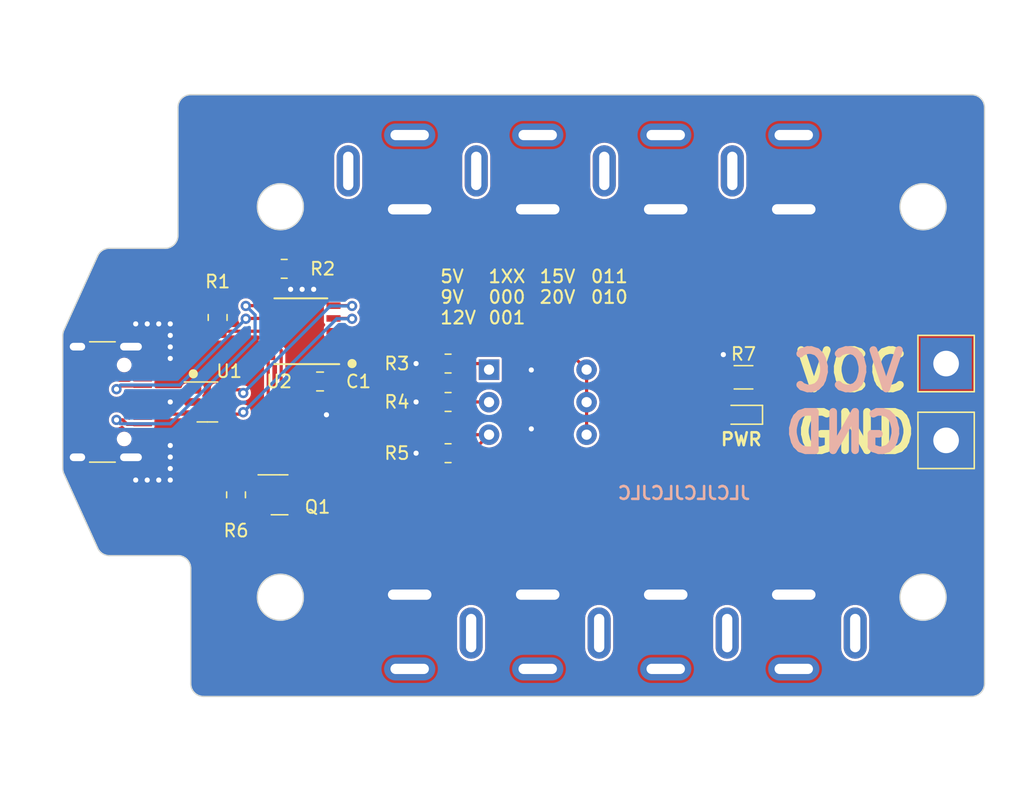
<source format=kicad_pcb>
(kicad_pcb (version 20221018) (generator pcbnew)
  (layers (0 "F.Cu" signal) (31 "B.Cu" signal) (34 "B.Paste" user) (35 "F.Paste" user) (36 "B.SilkS" user "B.Silkscreen") (37 "F.SilkS" user "F.Silkscreen") (38 "B.Mask" user) (39 "F.Mask" user) (44 "Edge.Cuts" user))
  (net 0 "")
  (net 1 "VCC")
  (net 2 "Net-(U2-D+)")
  (net 3 "Net-(U2-D-)")
  (net 4 "Net-(U2-CFG2)")
  (net 5 "GND")
  (net 6 "Net-(U2-CFG3)")
  (net 7 "Net-(U2-VBUS)")
  (net 8 "Net-(U2-CFG1)")
  (net 9 "Net-(Q1-G)")
  (net 10 "Net-(D1-K)")
  (net 11 "Net-(J1-CC1)")
  (net 12 "Net-(J1-D+-PadA6)")
  (net 13 "Net-(J1-D--PadA7)")
  (net 15 "Net-(J1-CC2)")
  (net 17 "VBUS")
  (net 18 "VDD")
  (footprint "TestPoint:TestPoint_THTPad_4.0x4.0mm_Drill2.0mm" (layer "F.Cu") (at 52 3)
    (fp_text reference "TP2" hide)
    (fp_text value "TestPoint")
    (fp_line (start -2.2 -2.2) (end 2.2 -2.2) (stroke (width 0.12)) (layer "F.SilkS"))
    (fp_line (start -2.2 2.2) (end -2.2 -2.2) (stroke (width 0.12)) (layer "F.SilkS"))
    (fp_line (start 2.2 -2.2) (end 2.2 2.2) (stroke (width 0.12)) (layer "F.SilkS"))
    (fp_line (start 2.2 2.2) (end -2.2 2.2) (stroke (width 0.12)) (layer "F.SilkS"))
    (pad "1" thru_hole rect (at 0 0) (size 4 4) (drill 2) (layers "*.Cu" "*.Mask") (net 5 "GND"))
  )
  (footprint "Package_TO_SOT_SMD:SOT-23-6" (layer "F.Cu") (at -5.7 0)
    (fp_text reference "U1" (at 1.7 -2.4) (layer "F.SilkS"))
    (fp_text value "USBLC6-2SC6")
    (fp_line (start 0 -1.56) (end -1.8 -1.56) (stroke (width 0.12)) (layer "F.SilkS"))
    (fp_line (start 0 -1.56) (end 0.8 -1.56) (stroke (width 0.12)) (layer "F.SilkS"))
    (fp_line (start 0 1.56) (end -0.8 1.56) (stroke (width 0.12)) (layer "F.SilkS"))
    (fp_line (start 0 1.56) (end 0.8 1.56) (stroke (width 0.12)) (layer "F.SilkS"))
    (pad "1" smd roundrect (at -1.1375 -0.95) (size 1.325 0.6) (layers "F.Cu" "F.Paste" "F.Mask") (net 13 "Net-(J1-D--PadA7)"))
    (pad "2" smd roundrect (at -1.1375 0) (size 1.325 0.6) (layers "F.Cu" "F.Paste" "F.Mask") (net 5 "GND"))
    (pad "3" smd roundrect (at -1.1375 0.95) (size 1.325 0.6) (layers "F.Cu" "F.Paste" "F.Mask") (net 12 "Net-(J1-D+-PadA6)"))
    (pad "4" smd roundrect (at 1.1375 0.95) (size 1.325 0.6) (layers "F.Cu" "F.Paste" "F.Mask") (net 2 "Net-(U2-D+)"))
    (pad "5" smd roundrect (at 1.1375 0) (size 1.325 0.6) (layers "F.Cu" "F.Paste" "F.Mask") (net 17 "VBUS"))
    (pad "6" smd roundrect (at 1.1375 -0.95) (size 1.325 0.6) (layers "F.Cu" "F.Paste" "F.Mask") (net 3 "Net-(U2-D-)"))
  )
  (footprint "Connector_BarrelJack:BarrelJack_Wuerth_6941xx301002" (layer "F.Cu") (at 10.1 -15.05 180)
    (fp_text reference "J8" hide)
    (fp_text value "Barrel_Jack_Switch")
    (pad "1" thru_hole rect (at 0 0 180) (size 4.4 1.8) (drill oval 3.4 0.8) (layers "*.Cu" "*.Mask") (net 5 "GND"))
    (pad "2" thru_hole oval (at 0 5.8 180) (size 4 1.8) (drill oval 3 0.8) (layers "*.Cu" "*.Mask") (net 1 "VCC"))
    (pad "3" thru_hole oval (at 4.8 3 270) (size 4 1.8) (drill oval 3 0.8) (layers "*.Cu" "*.Mask"))
  )
  (footprint "Connector_BarrelJack:BarrelJack_Wuerth_6941xx301002" (layer "F.Cu") (at 30.1 15.05)
    (fp_text reference "J7" hide)
    (fp_text value "Barrel_Jack_Switch")
    (pad "1" thru_hole rect (at 0 0) (size 4.4 1.8) (drill oval 3.4 0.8) (layers "*.Cu" "*.Mask") (net 5 "GND"))
    (pad "2" thru_hole oval (at 0 5.8) (size 4 1.8) (drill oval 3 0.8) (layers "*.Cu" "*.Mask") (net 1 "VCC"))
    (pad "3" thru_hole oval (at 4.8 3 90) (size 4 1.8) (drill oval 3 0.8) (layers "*.Cu" "*.Mask"))
  )
  (footprint "Connector_BarrelJack:BarrelJack_Wuerth_6941xx301002" (layer "F.Cu") (at 40.1 15.05)
    (fp_text reference "J9" hide)
    (fp_text value "Barrel_Jack_Switch")
    (pad "1" thru_hole rect (at 0 0) (size 4.4 1.8) (drill oval 3.4 0.8) (layers "*.Cu" "*.Mask") (net 5 "GND"))
    (pad "2" thru_hole oval (at 0 5.8) (size 4 1.8) (drill oval 3 0.8) (layers "*.Cu" "*.Mask") (net 1 "VCC"))
    (pad "3" thru_hole oval (at 4.8 3 90) (size 4 1.8) (drill oval 3 0.8) (layers "*.Cu" "*.Mask"))
  )
  (footprint "Resistor_SMD:R_0805_2012Metric_Pad1.20x1.40mm_HandSolder" (layer "F.Cu") (at 13.1 4)
    (fp_text reference "R5" (at -4 0) (layer "F.SilkS"))
    (fp_text value "10k")
    (fp_line (start -0.227064 -0.735) (end 0.227064 -0.735) (stroke (width 0.12)) (layer "F.SilkS"))
    (fp_line (start -0.227064 0.735) (end 0.227064 0.735) (stroke (width 0.12)) (layer "F.SilkS"))
    (pad "1" smd roundrect (at -1 0) (size 1.2 1.4) (layers "F.Cu" "F.Paste" "F.Mask") (roundrect_rratio 0.2083333333) (net 5 "GND"))
    (pad "2" smd roundrect (at 1 0) (size 1.2 1.4) (layers "F.Cu" "F.Paste" "F.Mask") (roundrect_rratio 0.2083333333) (net 8 "Net-(U2-CFG1)"))
  )
  (footprint "Resistor_SMD:R_1206_3216Metric_Pad1.30x1.75mm_HandSolder" (layer "F.Cu") (at 36.175 -1.925)
    (fp_text reference "R7" (at 0 -1.82) (layer "F.SilkS"))
    (fp_text value "1k")
    (fp_line (start -0.727064 -0.91) (end 0.727064 -0.91) (stroke (width 0.12)) (layer "F.SilkS"))
    (fp_line (start -0.727064 0.91) (end 0.727064 0.91) (stroke (width 0.12)) (layer "F.SilkS"))
    (pad "1" smd roundrect (at -1.55 0) (size 1.3 1.75) (layers "F.Cu" "F.Paste" "F.Mask") (roundrect_rratio 0.1923076923) (net 5 "GND"))
    (pad "2" smd roundrect (at 1.55 0) (size 1.3 1.75) (layers "F.Cu" "F.Paste" "F.Mask") (roundrect_rratio 0.1923076923) (net 10 "Net-(D1-K)"))
  )
  (footprint "Connector_BarrelJack:BarrelJack_Wuerth_6941xx301002" (layer "F.Cu") (at 10.1 15.05)
    (fp_text reference "J3" hide)
    (fp_text value "Barrel_Jack_Switch")
    (pad "1" thru_hole rect (at 0 0) (size 4.4 1.8) (drill oval 3.4 0.8) (layers "*.Cu" "*.Mask") (net 5 "GND"))
    (pad "2" thru_hole oval (at 0 5.8) (size 4 1.8) (drill oval 3 0.8) (layers "*.Cu" "*.Mask") (net 1 "VCC"))
    (pad "3" thru_hole oval (at 4.8 3 90) (size 4 1.8) (drill oval 3 0.8) (layers "*.Cu" "*.Mask"))
  )
  (footprint "Package_SO:SSOP-10_3.9x4.9mm_P1.00mm_EP_2.1x3.3" (layer "F.Cu") (at 1.6 -5.525 180)
    (fp_text reference "U2" (at 1.7 -3.925) (layer "F.SilkS"))
    (fp_text value "CH224K")
    (fp_line (start -3 -2.57) (end 2.07 -2.57) (stroke (width 0.15)) (layer "F.SilkS"))
    (fp_line (start -2.07 2.57) (end 2.07 2.57) (stroke (width 0.15)) (layer "F.SilkS"))
    (pad "1" smd rect (at -2.55 -2 180) (size 1.1 0.51) (layers "F.Cu" "F.Paste" "F.Mask") (net 18 "VDD"))
    (pad "2" smd rect (at -2.55 -1 180) (size 1.1 0.51) (layers "F.Cu" "F.Paste" "F.Mask") (net 4 "Net-(U2-CFG2)"))
    (pad "3" smd rect (at -2.55 0 180) (size 1.1 0.51) (layers "F.Cu" "F.Paste" "F.Mask") (net 6 "Net-(U2-CFG3)"))
    (pad "4" smd rect (at -2.55 1 180) (size 1.1 0.51) (layers "F.Cu" "F.Paste" "F.Mask") (net 2 "Net-(U2-D+)"))
    (pad "5" smd rect (at -2.55 2 180) (size 1.1 0.51) (layers "F.Cu" "F.Paste" "F.Mask") (net 3 "Net-(U2-D-)"))
    (pad "6" smd rect (at 2.55 2 180) (size 1.1 0.51) (layers "F.Cu" "F.Paste" "F.Mask") (net 15 "Net-(J1-CC2)"))
    (pad "7" smd rect (at 2.55 1 180) (size 1.1 0.51) (layers "F.Cu" "F.Paste" "F.Mask") (net 11 "Net-(J1-CC1)"))
    (pad "8" smd rect (at 2.55 0 180) (size 1.1 0.51) (layers "F.Cu" "F.Paste" "F.Mask") (net 7 "Net-(U2-VBUS)"))
    (pad "9" smd rect (at 2.55 -1 180) (size 1.1 0.51) (layers "F.Cu" "F.Paste" "F.Mask") (net 8 "Net-(U2-CFG1)"))
    (pad "10" smd rect (at 2.55 -2 180) (size 1.1 0.51) (layers "F.Cu" "F.Paste" "F.Mask") (net 9 "Net-(Q1-G)"))
    (pad "11" smd roundrect (at 0 0 180) (size 2.1 3.3) (layers "F.Cu" "F.Paste" "F.Mask") (roundrect_rratio 0.1) (net 5 "GND"))
  )
  (footprint "Button_Switch_THT:SW_DIP_SPSTx03_Slide_6.7x9.18mm_W7.62mm_P2.54mm_LowProfile" (layer "F.Cu") (at 16.3 -2.525)
    (fp_text reference "SW1" hide)
    (fp_text value "SW_DIP_x03")
    (pad "1" thru_hole rect (at 0 0) (size 1.6 1.6) (drill 0.8) (layers "*.Cu" "*.Mask") (net 6 "Net-(U2-CFG3)"))
    (pad "2" thru_hole oval (at 0 2.54) (size 1.6 1.6) (drill 0.8) (layers "*.Cu" "*.Mask") (net 4 "Net-(U2-CFG2)"))
    (pad "3" thru_hole oval (at 0 5.08) (size 1.6 1.6) (drill 0.8) (layers "*.Cu" "*.Mask") (net 8 "Net-(U2-CFG1)"))
    (pad "4" thru_hole oval (at 7.62 5.08) (size 1.6 1.6) (drill 0.8) (layers "*.Cu" "*.Mask") (net 18 "VDD"))
    (pad "5" thru_hole oval (at 7.62 2.54) (size 1.6 1.6) (drill 0.8) (layers "*.Cu" "*.Mask") (net 18 "VDD"))
    (pad "6" thru_hole oval (at 7.62 0) (size 1.6 1.6) (drill 0.8) (layers "*.Cu" "*.Mask") (net 18 "VDD"))
  )
  (footprint "Connector_USB:USB_C_Receptacle_HRO_TYPE-C-31-M-12" (layer "F.Cu") (at -14.8 0 -90)
    (fp_text reference "J1" hide)
    (fp_text value "USB_C_Receptacle_USB2.0")
    (fp_line (start -4.7 -1.9) (end -4.7 0.1) (stroke (width 0.12)) (layer "F.SilkS"))
    (fp_line (start 4.7 -1.9) (end 4.7 0.1) (stroke (width 0.12)) (layer "F.SilkS"))
    (pad "" np_thru_hole circle (at -2.89 -2.6 270) (size 0.65 0.65) (drill 0.65) (layers "*.Cu" "*.Mask"))
    (pad "" np_thru_hole circle (at 2.89 -2.6 270) (size 0.65 0.65) (drill 0.65) (layers "*.Cu" "*.Mask"))
    (pad "A1" smd rect (at -3.25 -4.045 270) (size 0.6 1.45) (layers "F.Cu" "F.Paste" "F.Mask") (net 5 "GND"))
    (pad "A4" smd rect (at -2.45 -4.045 270) (size 0.6 1.45) (layers "F.Cu" "F.Paste" "F.Mask") (net 17 "VBUS"))
    (pad "A5" smd rect (at -1.25 -4.045 270) (size 0.3 1.45) (layers "F.Cu" "F.Paste" "F.Mask") (net 11 "Net-(J1-CC1)"))
    (pad "A6" smd rect (at -0.25 -4.045 270) (size 0.3 1.45) (layers "F.Cu" "F.Paste" "F.Mask") (net 12 "Net-(J1-D+-PadA6)"))
    (pad "A7" smd rect (at 0.25 -4.045 270) (size 0.3 1.45) (layers "F.Cu" "F.Paste" "F.Mask") (net 13 "Net-(J1-D--PadA7)"))
    (pad "A8" smd rect (at 1.25 -4.045 270) (size 0.3 1.45) (layers "F.Cu" "F.Paste" "F.Mask"))
    (pad "A9" smd rect (at 2.45 -4.045 270) (size 0.6 1.45) (layers "F.Cu" "F.Paste" "F.Mask") (net 17 "VBUS"))
    (pad "A12" smd rect (at 3.25 -4.045 270) (size 0.6 1.45) (layers "F.Cu" "F.Paste" "F.Mask") (net 5 "GND"))
    (pad "B1" smd rect (at 3.25 -4.045 270) (size 0.6 1.45) (layers "F.Cu" "F.Paste" "F.Mask") (net 5 "GND"))
    (pad "B4" smd rect (at 2.45 -4.045 270) (size 0.6 1.45) (layers "F.Cu" "F.Paste" "F.Mask") (net 17 "VBUS"))
    (pad "B5" smd rect (at 1.75 -4.045 270) (size 0.3 1.45) (layers "F.Cu" "F.Paste" "F.Mask") (net 15 "Net-(J1-CC2)"))
    (pad "B6" smd rect (at 0.75 -4.045 270) (size 0.3 1.45) (layers "F.Cu" "F.Paste" "F.Mask") (net 12 "Net-(J1-D+-PadA6)"))
    (pad "B7" smd rect (at -0.75 -4.045 270) (size 0.3 1.45) (layers "F.Cu" "F.Paste" "F.Mask") (net 13 "Net-(J1-D--PadA7)"))
    (pad "B8" smd rect (at -1.75 -4.045 270) (size 0.3 1.45) (layers "F.Cu" "F.Paste" "F.Mask"))
    (pad "B9" smd rect (at -2.45 -4.045 270) (size 0.6 1.45) (layers "F.Cu" "F.Paste" "F.Mask") (net 17 "VBUS"))
    (pad "B12" smd rect (at -3.25 -4.045 270) (size 0.6 1.45) (layers "F.Cu" "F.Paste" "F.Mask") (net 5 "GND"))
    (pad "S1" thru_hole oval (at -4.32 -3.13 270) (size 1 2.1) (drill oval 0.6 1.7) (layers "*.Cu" "*.Mask") (net 5 "GND"))
    (pad "S1" thru_hole oval (at -4.32 1.05 270) (size 1 1.6) (drill oval 0.6 1.2) (layers "*.Cu" "*.Mask") (net 5 "GND"))
    (pad "S1" thru_hole oval (at 4.32 -3.13 270) (size 1 2.1) (drill oval 0.6 1.7) (layers "*.Cu" "*.Mask") (net 5 "GND"))
    (pad "S1" thru_hole oval (at 4.32 1.05 270) (size 1 1.6) (drill oval 0.6 1.2) (layers "*.Cu" "*.Mask") (net 5 "GND"))
  )
  (footprint "LED_SMD:LED_0603_1608Metric_Pad1.05x0.95mm_HandSolder" (layer "F.Cu") (at 36 1 180)
    (fp_text reference "D1" hide)
    (fp_text value "LED")
    (fp_line (start -1.66 -0.735) (end -1.66 0.735) (stroke (width 0.12)) (layer "F.SilkS"))
    (fp_line (start -1.66 0.735) (end 0.8 0.735) (stroke (width 0.12)) (layer "F.SilkS"))
    (fp_line (start 0.8 -0.735) (end -1.66 -0.735) (stroke (width 0.12)) (layer "F.SilkS"))
    (pad "1" smd roundrect (at -0.875 0 180) (size 1.05 0.95) (layers "F.Cu" "F.Paste" "F.Mask") (net 10 "Net-(D1-K)"))
    (pad "2" smd roundrect (at 0.875 0 180) (size 1.05 0.95) (layers "F.Cu" "F.Paste" "F.Mask") (net 1 "VCC"))
  )
  (footprint "Resistor_SMD:R_0805_2012Metric_Pad1.20x1.40mm_HandSolder" (layer "F.Cu") (at -4.9 -6.6 -90)
    (fp_text reference "R1" (at -2.8 0) (layer "F.SilkS"))
    (fp_text value "10k")
    (fp_line (start -0.227064 -0.735) (end 0.227064 -0.735) (stroke (width 0.12)) (layer "F.SilkS"))
    (fp_line (start -0.227064 0.735) (end 0.227064 0.735) (stroke (width 0.12)) (layer "F.SilkS"))
    (pad "1" smd roundrect (at -1 0 270) (size 1.2 1.4) (layers "F.Cu" "F.Paste" "F.Mask") (roundrect_rratio 0.2083333333) (net 17 "VBUS"))
    (pad "2" smd roundrect (at 1 0 270) (size 1.2 1.4) (layers "F.Cu" "F.Paste" "F.Mask") (roundrect_rratio 0.2083333333) (net 7 "Net-(U2-VBUS)"))
  )
  (footprint "Connector_BarrelJack:BarrelJack_Wuerth_6941xx301002" (layer "F.Cu") (at 20.1 15.05)
    (fp_text reference "J5" hide)
    (fp_text value "Barrel_Jack_Switch")
    (pad "1" thru_hole rect (at 0 0) (size 4.4 1.8) (drill oval 3.4 0.8) (layers "*.Cu" "*.Mask") (net 5 "GND"))
    (pad "2" thru_hole oval (at 0 5.8) (size 4 1.8) (drill oval 3 0.8) (layers "*.Cu" "*.Mask") (net 1 "VCC"))
    (pad "3" thru_hole oval (at 4.8 3 90) (size 4 1.8) (drill oval 3 0.8) (layers "*.Cu" "*.Mask"))
  )
  (footprint "Connector_BarrelJack:BarrelJack_Wuerth_6941xx301002" (layer "F.Cu") (at 40.1 -15.05 180)
    (fp_text reference "J2" hide)
    (fp_text value "Barrel_Jack_Switch")
    (pad "1" thru_hole rect (at 0 0 180) (size 4.4 1.8) (drill oval 3.4 0.8) (layers "*.Cu" "*.Mask") (net 5 "GND"))
    (pad "2" thru_hole oval (at 0 5.8 180) (size 4 1.8) (drill oval 3 0.8) (layers "*.Cu" "*.Mask") (net 1 "VCC"))
    (pad "3" thru_hole oval (at 4.8 3 270) (size 4 1.8) (drill oval 3 0.8) (layers "*.Cu" "*.Mask"))
  )
  (footprint "Capacitor_SMD:C_0805_2012Metric_Pad1.18x1.45mm_HandSolder" (layer "F.Cu") (at 3.1 -1.6 180)
    (fp_text reference "C1" (at -3 0) (layer "F.SilkS"))
    (fp_text value "1uF")
    (fp_line (start -0.261252 -0.735) (end 0.261252 -0.735) (stroke (width 0.12)) (layer "F.SilkS"))
    (fp_line (start -0.261252 0.735) (end 0.261252 0.735) (stroke (width 0.12)) (layer "F.SilkS"))
    (pad "1" smd roundrect (at -1.0375 0 180) (size 1.175 1.45) (layers "F.Cu" "F.Paste" "F.Mask") (roundrect_rratio 0.2127659574) (net 18 "VDD"))
    (pad "2" smd roundrect (at 1.0375 0 180) (size 1.175 1.45) (layers "F.Cu" "F.Paste" "F.Mask") (roundrect_rratio 0.2127659574) (net 5 "GND"))
  )
  (footprint "TestPoint:TestPoint_THTPad_4.0x4.0mm_Drill2.0mm" (layer "F.Cu") (at 52 -3)
    (fp_text reference "TP1" hide)
    (fp_text value "TestPoint")
    (fp_line (start -2.2 -2.2) (end 2.2 -2.2) (stroke (width 0.12)) (layer "F.SilkS"))
    (fp_line (start -2.2 2.2) (end -2.2 -2.2) (stroke (width 0.12)) (layer "F.SilkS"))
    (fp_line (start 2.2 -2.2) (end 2.2 2.2) (stroke (width 0.12)) (layer "F.SilkS"))
    (fp_line (start 2.2 2.2) (end -2.2 2.2) (stroke (width 0.12)) (layer "F.SilkS"))
    (pad "1" thru_hole rect (at 0 0) (size 4 4) (drill 2) (layers "*.Cu" "*.Mask") (net 1 "VCC"))
  )
  (footprint "Connector_BarrelJack:BarrelJack_Wuerth_6941xx301002" (layer "F.Cu") (at 30.1 -15.05 180)
    (fp_text reference "J4" hide)
    (fp_text value "Barrel_Jack_Switch")
    (pad "1" thru_hole rect (at 0 0 180) (size 4.4 1.8) (drill oval 3.4 0.8) (layers "*.Cu" "*.Mask") (net 5 "GND"))
    (pad "2" thru_hole oval (at 0 5.8 180) (size 4 1.8) (drill oval 3 0.8) (layers "*.Cu" "*.Mask") (net 1 "VCC"))
    (pad "3" thru_hole oval (at 4.8 3 270) (size 4 1.8) (drill oval 3 0.8) (layers "*.Cu" "*.Mask"))
  )
  (footprint "Resistor_SMD:R_0805_2012Metric_Pad1.20x1.40mm_HandSolder" (layer "F.Cu") (at 13.1 0)
    (fp_text reference "R4" (at -4 0 180) (layer "F.SilkS"))
    (fp_text value "10k")
    (fp_line (start -0.227064 -0.735) (end 0.227064 -0.735) (stroke (width 0.12)) (layer "F.SilkS"))
    (fp_line (start -0.227064 0.735) (end 0.227064 0.735) (stroke (width 0.12)) (layer "F.SilkS"))
    (pad "1" smd roundrect (at -1 0) (size 1.2 1.4) (layers "F.Cu" "F.Paste" "F.Mask") (roundrect_rratio 0.2083333333) (net 5 "GND"))
    (pad "2" smd roundrect (at 1 0) (size 1.2 1.4) (layers "F.Cu" "F.Paste" "F.Mask") (roundrect_rratio 0.2083333333) (net 4 "Net-(U2-CFG2)"))
  )
  (footprint "Enclosure:1591XXMBK" (layer "F.Cu") (at 53 -18.25)
    (fp_text reference "E1" hide)
    (fp_text value "~")
  )
  (footprint "Resistor_SMD:R_0805_2012Metric_Pad1.20x1.40mm_HandSolder" (layer "F.Cu") (at -3.4625 7.25 -90)
    (fp_text reference "R6" (at 2.8 0) (layer "F.SilkS"))
    (fp_text value "10k")
    (fp_line (start -0.227064 -0.735) (end 0.227064 -0.735) (stroke (width 0.12)) (layer "F.SilkS"))
    (fp_line (start -0.227064 0.735) (end 0.227064 0.735) (stroke (width 0.12)) (layer "F.SilkS"))
    (pad "1" smd roundrect (at -1 0 270) (size 1.2 1.4) (layers "F.Cu" "F.Paste" "F.Mask") (roundrect_rratio 0.2083333333) (net 9 "Net-(Q1-G)"))
    (pad "2" smd roundrect (at 1 0 270) (size 1.2 1.4) (layers "F.Cu" "F.Paste" "F.Mask") (roundrect_rratio 0.2083333333) (net 17 "VBUS"))
  )
  (footprint "Connector_BarrelJack:BarrelJack_Wuerth_6941xx301002" (layer "F.Cu") (at 20.1 -15.05 180)
    (fp_text reference "J6" hide)
    (fp_text value "Barrel_Jack_Switch")
    (pad "1" thru_hole rect (at 0 0 180) (size 4.4 1.8) (drill oval 3.4 0.8) (layers "*.Cu" "*.Mask") (net 5 "GND"))
    (pad "2" thru_hole oval (at 0 5.8 180) (size 4 1.8) (drill oval 3 0.8) (layers "*.Cu" "*.Mask") (net 1 "VCC"))
    (pad "3" thru_hole oval (at 4.8 3 270) (size 4 1.8) (drill oval 3 0.8) (layers "*.Cu" "*.Mask"))
  )
  (footprint "Resistor_SMD:R_0805_2012Metric_Pad1.20x1.40mm_HandSolder" (layer "F.Cu") (at 0.3 -10.4)
    (fp_text reference "R2" (at 3 0) (layer "F.SilkS"))
    (fp_text value "1k")
    (fp_line (start -0.227064 -0.735) (end 0.227064 -0.735) (stroke (width 0.12)) (layer "F.SilkS"))
    (fp_line (start -0.227064 0.735) (end 0.227064 0.735) (stroke (width 0.12)) (layer "F.SilkS"))
    (pad "1" smd roundrect (at -1 0) (size 1.2 1.4) (layers "F.Cu" "F.Paste" "F.Mask") (roundrect_rratio 0.2083333333) (net 17 "VBUS"))
    (pad "2" smd roundrect (at 1 0) (size 1.2 1.4) (layers "F.Cu" "F.Paste" "F.Mask") (roundrect_rratio 0.2083333333) (net 18 "VDD"))
  )
  (footprint "Package_TO_SOT_SMD:SOT-23" (layer "F.Cu") (at -0.0625 7.25)
    (fp_text reference "Q1" (at 2.9625 0.95 180) (layer "F.SilkS"))
    (fp_text value "Q_PMOS_GSD")
    (fp_line (start 0 -1.56) (end -1.675 -1.56) (stroke (width 0.12)) (layer "F.SilkS"))
    (fp_line (start 0 -1.56) (end 0.65 -1.56) (stroke (width 0.12)) (layer "F.SilkS"))
    (fp_line (start 0 1.56) (end -0.65 1.56) (stroke (width 0.12)) (layer "F.SilkS"))
    (fp_line (start 0 1.56) (end 0.65 1.56) (stroke (width 0.12)) (layer "F.SilkS"))
    (pad "1" smd roundrect (at -0.9375 -0.95) (size 1.475 0.6) (layers "F.Cu" "F.Paste" "F.Mask") (net 9 "Net-(Q1-G)"))
    (pad "2" smd roundrect (at -0.9375 0.95) (size 1.475 0.6) (layers "F.Cu" "F.Paste" "F.Mask") (net 17 "VBUS"))
    (pad "3" smd roundrect (at 0.9375 0) (size 1.475 0.6) (layers "F.Cu" "F.Paste" "F.Mask") (net 1 "VCC"))
  )
  (footprint "Resistor_SMD:R_0805_2012Metric_Pad1.20x1.40mm_HandSolder" (layer "F.Cu") (at 13.1 -3)
    (fp_text reference "R3" (at -4 0 180) (layer "F.SilkS"))
    (fp_text value "10k")
    (fp_line (start -0.227064 -0.735) (end 0.227064 -0.735) (stroke (width 0.12)) (layer "F.SilkS"))
    (fp_line (start -0.227064 0.735) (end 0.227064 0.735) (stroke (width 0.12)) (layer "F.SilkS"))
    (pad "1" smd roundrect (at -1 0) (size 1.2 1.4) (layers "F.Cu" "F.Paste" "F.Mask") (roundrect_rratio 0.2083333333) (net 5 "GND"))
    (pad "2" smd roundrect (at 1 0) (size 1.2 1.4) (layers "F.Cu" "F.Paste" "F.Mask") (roundrect_rratio 0.2083333333) (net 6 "Net-(U2-CFG3)"))
  )
  (gr_circle (center 5.6 -3) (end 5.882843 -3) (stroke (width 0.15)) (fill solid) (layer "F.SilkS"))
  (gr_circle (center -6.8 -2.2) (end -6.517157 -2.2) (stroke (width 0.15)) (fill solid) (layer "F.SilkS"))
  (gr_arc (start -8 -13) (mid -8.292893 -12.292893) (end -9 -12) (stroke (width 0.1)) (layer "Edge.Cuts"))
  (gr_line (start 55 -23) (end 55 22) (stroke (width 0.1)) (layer "Edge.Cuts"))
  (gr_arc (start -8 12) (mid -7.292893 12.292893) (end -7 13) (stroke (width 0.1)) (layer "Edge.Cuts"))
  (gr_line (start -8 -13) (end -8 -23) (stroke (width 0.1)) (layer "Edge.Cuts"))
  (gr_line (start -7 22) (end -7 13) (stroke (width 0.1)) (layer "Edge.Cuts"))
  (gr_arc (start -8 -23) (mid -7.707107 -23.707107) (end -7 -24) (stroke (width 0.1)) (layer "Edge.Cuts"))
  (gr_line (start -7 -24) (end 54 -24) (stroke (width 0.1)) (layer "Edge.Cuts"))
  (gr_line (start -17 5.183391) (end -17 -5.183391) (stroke (width 0.1)) (layer "Edge.Cuts"))
  (gr_line (start -14.266453 11.413803) (end -16.910366 5.597194) (stroke (width 0.1)) (layer "Edge.Cuts"))
  (gr_circle (center 0 -15.25) (end 1.8 -15.25) (stroke (width 0.1)) (fill none) (layer "Edge.Cuts"))
  (gr_arc (start -17 -5.183391) (mid -16.977335 -5.395091) (end -16.910366 -5.597194) (stroke (width 0.1)) (layer "Edge.Cuts"))
  (gr_line (start -8 12) (end -13.356087 12) (stroke (width 0.1)) (layer "Edge.Cuts"))
  (gr_arc (start 54 -24) (mid 54.707107 -23.707107) (end 55 -23) (stroke (width 0.1)) (layer "Edge.Cuts"))
  (gr_line (start -13.356087 -12) (end -9 -12) (stroke (width 0.1)) (layer "Edge.Cuts"))
  (gr_arc (start -16.910366 5.597194) (mid -16.977334 5.395091) (end -17 5.183391) (stroke (width 0.1)) (layer "Edge.Cuts"))
  (gr_circle (center 50.2 15.25) (end 52 15.25) (stroke (width 0.1)) (fill none) (layer "Edge.Cuts"))
  (gr_line (start 54 23) (end -6 23) (stroke (width 0.1)) (layer "Edge.Cuts"))
  (gr_arc (start -6 23) (mid -6.707107 22.707107) (end -7 22) (stroke (width 0.1)) (layer "Edge.Cuts"))
  (gr_circle (center 0 15.25) (end 1.8 15.25) (stroke (width 0.1)) (fill none) (layer "Edge.Cuts"))
  (gr_line (start -16.910366 -5.597194) (end -14.266453 -11.413803) (stroke (width 0.1)) (layer "Edge.Cuts"))
  (gr_arc (start 55 22) (mid 54.707107 22.707107) (end 54 23) (stroke (width 0.1)) (layer "Edge.Cuts"))
  (gr_arc (start -13.356087 12) (mid -13.897473 11.840774) (end -14.266453 11.413803) (stroke (width 0.1)) (layer "Edge.Cuts"))
  (gr_circle (center 50.2 -15.25) (end 52 -15.25) (stroke (width 0.1)) (fill none) (layer "Edge.Cuts"))
  (gr_arc (start -14.266453 -11.413803) (mid -13.897472 -11.840774) (end -13.356087 -12) (stroke (width 0.1)) (layer "Edge.Cuts"))
  (gr_text "JLCJLCJLCJLC" (at 36.8 7.7) (layer "B.SilkS") (effects (font (size 1 1) (thickness 0.2) bold) (justify left bottom mirror)))
  (gr_text "VCC\nGND" (at 49 0) (layer "B.SilkS") (effects (font (size 3 3) (thickness 0.6) bold) (justify left mirror)))
  (gr_text "5V	1XX	15V	011\n9V	000	20V	010\n12V	001" (at 12.4 -6) (layer "F.SilkS") (effects (font (size 1 1) (thickness 0.16)) (justify left bottom)))
  (gr_text "PWR" (at 36 3.5) (layer "F.SilkS") (effects (font (size 1 1) (thickness 0.2) bold) (justify bottom)))
  (gr_text "VCC\nGND" (at 40 0) (layer "F.SilkS") (effects (font (size 3 3) (thickness 0.6) bold) (justify left)))
  (segment (start -4.5625 0.95) (end -3.05 0.95) (width 0.25) (layer "F.Cu") (net 2))
  (segment (start 5.575497 -6.525) (end 5.6 -6.500497) (width 0.25) (layer "F.Cu") (net 2))
  (segment (start -3.05 0.95) (end -2.9 0.8) (width 0.25) (layer "F.Cu") (net 2))
  (segment (start 4.15 -6.525) (end 5.575497 -6.525) (width 0.25) (layer "F.Cu") (net 2))
  (via (at -2.9 0.8) (size 0.8) (drill 0.4) (layers "F.Cu" "B.Cu") (net 2))
  (via (at 5.6 -6.500497) (size 0.8) (drill 0.4) (layers "F.Cu" "B.Cu") (net 2))
  (segment (start 4.400497 -6.500497) (end -2.9 0.8) (width 0.25) (layer "B.Cu") (net 2))
  (segment (start 5.6 -6.500497) (end 4.400497 -6.500497) (width 0.25) (layer "B.Cu") (net 2))
  (segment (start -4.5625 -0.95) (end -3.15 -0.95) (width 0.25) (layer "F.Cu") (net 3))
  (segment (start 5.575 -7.525) (end 5.6 -7.5) (width 0.25) (layer "F.Cu") (net 3))
  (segment (start -3.15 -0.95) (end -2.9 -0.7) (width 0.25) (layer "F.Cu") (net 3))
  (segment (start 4.15 -7.525) (end 5.575 -7.525) (width 0.25) (layer "F.Cu") (net 3))
  (via (at -2.9 -0.7) (size 0.8) (drill 0.4) (layers "F.Cu" "B.Cu") (net 3))
  (via (at 5.6 -7.5) (size 0.8) (drill 0.4) (layers "F.Cu" "B.Cu") (net 3))
  (segment (start -2.9 -0.7) (end 3.9 -7.5) (width 0.25) (layer "B.Cu") (net 3))
  (segment (start 3.9 -7.5) (end 5.6 -7.5) (width 0.25) (layer "B.Cu") (net 3))
  (segment (start 4.605 -4.525) (end 4.15 -4.525) (width 0.25) (layer "F.Cu") (net 4))
  (segment (start 14.1 0) (end 16.285 0) (width 0.25) (layer "F.Cu") (net 4))
  (segment (start 14.1 -1) (end 13.6 -1.5) (width 0.25) (layer "F.Cu") (net 4))
  (segment (start 7.63 -1.5) (end 4.605 -4.525) (width 0.25) (layer "F.Cu") (net 4))
  (segment (start 14.1 0) (end 14.1 -1) (width 0.25) (layer "F.Cu") (net 4))
  (segment (start 16.285 0) (end 16.3 0.015) (width 0.25) (layer "F.Cu") (net 4))
  (segment (start 13.6 -1.5) (end 7.63 -1.5) (width 0.25) (layer "F.Cu") (net 4))
  (segment (start 10.6 -3) (end 12.1 -3) (width 0.25) (layer "F.Cu") (net 5))
  (segment (start 34.6 -3.7) (end 34.6 -1.95) (width 0.25) (layer "F.Cu") (net 5))
  (segment (start 10.6 0) (end 12.1 0) (width 0.25) (layer "F.Cu") (net 5))
  (segment (start 10.6 4) (end 12.1 4) (width 0.25) (layer "F.Cu") (net 5))
  (segment (start -6.8375 0) (end -8.6 0) (width 0.25) (layer "F.Cu") (net 5))
  (segment (start 34.6 -1.95) (end 34.625 -1.925) (width 0.25) (layer "F.Cu") (net 5))
  (via (at 19.6 2.1) (size 0.8) (drill 0.4) (layers "F.Cu" "B.Cu") (net 5))
  (via (at 2.6 -8.8) (size 0.8) (drill 0.4) (layers "F.Cu" "B.Cu") (net 5))
  (via (at -8.6 3.4) (size 0.8) (drill 0.4) (layers "F.Cu" "B.Cu") (net 5))
  (via (at -9.5 -6.1) (size 0.8) (drill 0.4) (layers "F.Cu" "B.Cu") (net 5))
  (via (at 3.6 1) (size 0.8) (drill 0.4) (layers "F.Cu" "B.Cu") (net 5))
  (via (at -11.3 -6.1) (size 0.8) (drill 0.4) (layers "F.Cu" "B.Cu") (net 5))
  (via (at 19.6 -2.5) (size 0.8) (drill 0.4) (layers "F.Cu" "B.Cu") (net 5))
  (via (at -8.6 -4.3) (size 0.8) (drill 0.4) (layers "F.Cu" "B.Cu") (net 5))
  (via (at -8.6 0) (size 0.8) (drill 0.4) (layers "F.Cu" "B.Cu") (net 5))
  (via (at -8.6 6.1) (size 0.8) (drill 0.4) (layers "F.Cu" "B.Cu") (net 5))
  (via (at -8.6 5.2) (size 0.8) (drill 0.4) (layers "F.Cu" "B.Cu") (net 5))
  (via (at -10.4 6.1) (size 0.8) (drill 0.4) (layers "F.Cu" "B.Cu") (net 5))
  (via (at 10.6 0) (size 0.8) (drill 0.4) (layers "F.Cu" "B.Cu") (net 5))
  (via (at 10.6 4) (size 0.8) (drill 0.4) (layers "F.Cu" "B.Cu") (net 5))
  (via (at -8.6 4.3) (size 0.8) (drill 0.4) (layers "F.Cu" "B.Cu") (net 5))
  (via (at -8.6 -5.2) (size 0.8) (drill 0.4) (layers "F.Cu" "B.Cu") (net 5))
  (via (at 34.6 -3.7) (size 0.8) (drill 0.4) (layers "F.Cu" "B.Cu") (net 5))
  (via (at -9.5 6.1) (size 0.8) (drill 0.4) (layers "F.Cu" "B.Cu") (net 5))
  (via (at -8.6 -3.4) (size 0.8) (drill 0.4) (layers "F.Cu" "B.Cu") (net 5))
  (via (at 0.8 -8.8) (size 0.8) (drill 0.4) (layers "F.Cu" "B.Cu") (net 5))
  (via (at 10.6 -3) (size 0.8) (drill 0.4) (layers "F.Cu" "B.Cu") (net 5))
  (via (at -8.6 -6.1) (size 0.8) (drill 0.4) (layers "F.Cu" "B.Cu") (net 5))
  (via (at -10.4 -6.1) (size 0.8) (drill 0.4) (layers "F.Cu" "B.Cu") (net 5))
  (via (at -11.3 6.1) (size 0.8) (drill 0.4) (layers "F.Cu" "B.Cu") (net 5))
  (via (at 1.7 -8.8) (size 0.8) (drill 0.4) (layers "F.Cu" "B.Cu") (net 5))
  (segment (start 14.1 -3) (end 15.825 -3) (width 0.25) (layer "F.Cu") (net 6))
  (segment (start 13.6 -4.5) (end 14.1 -4) (width 0.25) (layer "F.Cu") (net 6))
  (segment (start 4.15 -5.525) (end 5.09 -5.525) (width 0.25) (layer "F.Cu") (net 6))
  (segment (start 14.1 -4) (end 14.1 -3) (width 0.25) (layer "F.Cu") (net 6))
  (segment (start 5.09 -5.525) (end 6.115 -4.5) (width 0.25) (layer "F.Cu") (net 6))
  (segment (start 15.825 -3) (end 16.3 -2.525) (width 0.25) (layer "F.Cu") (net 6))
  (segment (start 6.115 -4.5) (end 13.6 -4.5) (width 0.25) (layer "F.Cu") (net 6))
  (segment (start -4.825 -5.525) (end -0.95 -5.525) (width 0.25) (layer "F.Cu") (net 7))
  (segment (start -4.9 -5.6) (end -4.825 -5.525) (width 0.25) (layer "F.Cu") (net 7))
  (segment (start 16.3 2.555) (end 3.655 2.555) (width 0.25) (layer "F.Cu") (net 8))
  (segment (start -0.425 -4.525) (end -0.95 -4.525) (width 0.25) (layer "F.Cu") (net 8))
  (segment (start 16.3 2.555) (end 14.855 4) (width 0.25) (layer "F.Cu") (net 8))
  (segment (start 3.655 2.555) (end 0.0625 -1.0375) (width 0.25) (layer "F.Cu") (net 8))
  (segment (start 0.0625 -4.0375) (end -0.425 -4.525) (width 0.25) (layer "F.Cu") (net 8))
  (segment (start 14.855 4) (end 14.1 4) (width 0.25) (layer "F.Cu") (net 8))
  (segment (start 0.0625 -1.0375) (end 0.0625 -4.0375) (width 0.25) (layer "F.Cu") (net 8))
  (segment (start -1.05 6.25) (end -1 6.3) (width 0.25) (layer "F.Cu") (net 9))
  (segment (start -0.95 -3.525) (end -0.95 6.25) (width 0.25) (layer "F.Cu") (net 9))
  (segment (start -0.95 6.25) (end -1 6.3) (width 0.25) (layer "F.Cu") (net 9))
  (segment (start -3.4625 6.25) (end -1.05 6.25) (width 0.25) (layer "F.Cu") (net 9))
  (segment (start 37.725 0.15) (end 37.725 -1.925) (width 0.25) (layer "F.Cu") (net 10))
  (segment (start 36.875 1) (end 37.725 0.15) (width 0.25) (layer "F.Cu") (net 10))
  (segment (start -2.675 -6.525) (end -2.7 -6.5) (width 0.25) (layer "F.Cu") (net 11))
  (segment (start -0.95 -6.525) (end -2.675 -6.525) (width 0.25) (layer "F.Cu") (net 11))
  (segment (start -12.55 -1.25) (end -10.755 -1.25) (width 0.25) (layer "F.Cu") (net 11))
  (segment (start -12.8 -1) (end -12.55 -1.25) (width 0.25) (layer "F.Cu") (net 11))
  (via (at -12.8 -1) (size 0.8) (drill 0.4) (layers "F.Cu" "B.Cu") (net 11))
  (via (at -2.7 -6.5) (size 0.8) (drill 0.4) (layers "F.Cu" "B.Cu") (net 11))
  (segment (start -12.47419 -1.32581) (end -7.87419 -1.32581) (width 0.25) (layer "B.Cu") (net 11))
  (segment (start -12.8 -1) (end -12.47419 -1.32581) (width 0.25) (layer "B.Cu") (net 11))
  (segment (start -7.87419 -1.32581) (end -2.7 -6.5) (width 0.25) (layer "B.Cu") (net 11))
  (segment (start -9.73 -0.25) (end -9.6 -0.12) (width 0.25) (layer "F.Cu") (net 12))
  (segment (start -6.8375 0.95) (end -9.245 0.95) (width 0.25) (layer "F.Cu") (net 12))
  (segment (start -9.755 0.75) (end -10.755 0.75) (width 0.25) (layer "F.Cu") (net 12))
  (segment (start -10.755 -0.25) (end -9.73 -0.25) (width 0.25) (layer "F.Cu") (net 12))
  (segment (start -9.245 0.95) (end -9.6 0.595) (width 0.25) (layer "F.Cu") (net 12))
  (segment (start -9.6 -0.12) (end -9.6 0.595) (width 0.25) (layer "F.Cu") (net 12))
  (segment (start -9.6 0.595) (end -9.755 0.75) (width 0.25) (layer "F.Cu") (net 12))
  (segment (start -11.825 0.275) (end -10.8 0.275) (width 0.25) (layer "F.Cu") (net 13))
  (segment (start -10.755 -0.75) (end -7.0375 -0.75) (width 0.25) (layer "F.Cu") (net 13))
  (segment (start -11.78 -0.75) (end -12 -0.53) (width 0.25) (layer "F.Cu") (net 13))
  (segment (start -12 -0.53) (end -12 0.1) (width 0.25) (layer "F.Cu") (net 13))
  (segment (start -7.0375 -0.75) (end -6.8375 -0.95) (width 0.25) (layer "F.Cu") (net 13))
  (segment (start -12 0.1) (end -11.825 0.275) (width 0.25) (layer "F.Cu") (net 13))
  (segment (start -10.755 -0.75) (end -11.78 -0.75) (width 0.25) (layer "F.Cu") (net 13))
  (segment (start -12.315 1.4) (end -11.965 1.75) (width 0.25) (layer "F.Cu") (net 15))
  (segment (start -2.675 -7.525) (end -2.7 -7.5) (width 0.25) (layer "F.Cu") (net 15))
  (segment (start -11.965 1.75) (end -10.755 1.75) (width 0.25) (layer "F.Cu") (net 15))
  (segment (start -12.8 1.4) (end -12.315 1.4) (width 0.25) (layer "F.Cu") (net 15))
  (segment (start -0.95 -7.525) (end -2.675 -7.525) (width 0.25) (layer "F.Cu") (net 15))
  (via (at -12.8 1.4) (size 0.8) (drill 0.4) (layers "F.Cu" "B.Cu") (net 15))
  (via (at -2.7 -7.5) (size 0.8) (drill 0.4) (layers "F.Cu" "B.Cu") (net 15))
  (segment (start -1.975 -6.800305) (end -2.674695 -7.5) (width 0.25) (layer "B.Cu") (net 15))
  (segment (start -1.975 -4.925) (end -1.975 -6.800305) (width 0.25) (layer "B.Cu") (net 15))
  (segment (start -8.6 1.7) (end -1.975 -4.925) (width 0.25) (layer "B.Cu") (net 15))
  (segment (start -2.674695 -7.5) (end -2.7 -7.5) (width 0.25) (layer "B.Cu") (net 15))
  (segment (start -12.8 1.4) (end -12.5 1.7) (width 0.25) (layer "B.Cu") (net 15))
  (segment (start -12.5 1.7) (end -8.6 1.7) (width 0.25) (layer "B.Cu") (net 15))
  (segment (start 20.945 -5.5) (end 23.92 -2.525) (width 0.25) (layer "F.Cu") (net 18))
  (segment (start 23.92 2.555) (end 23.92 1.4) (width 0.25) (layer "F.Cu") (net 18))
  (segment (start 4.1375 -0.5625) (end 6 1.3) (width 0.25) (layer "F.Cu") (net 18))
  (segment (start 4.15 -3.525) (end 4.15 -1.6125) (width 0.25) (layer "F.Cu") (net 18))
  (segment (start 1.3 -10.2) (end 4.5 -10.2) (width 0.25) (layer "F.Cu") (net 18))
  (segment (start 6 1.3) (end 23.82 1.3) (width 0.25) (layer "F.Cu") (net 18))
  (segment (start 23.82 1.3) (end 23.92 1.4) (width 0.25) (layer "F.Cu") (net 18))
  (segment (start 4.5 -10.2) (end 9.2 -5.5) (width 0.25) (layer "F.Cu") (net 18))
  (segment (start 9.2 -5.5) (end 20.945 -5.5) (width 0.25) (layer "F.Cu") (net 18))
  (segment (start 23.92 1.4) (end 23.92 -2.525) (width 0.25) (layer "F.Cu") (net 18))
  (segment (start 4.1375 -1.6) (end 4.1375 -0.5625) (width 0.25) (layer "F.Cu") (net 18))
  (zone (net 1) (net_name "VCC") (layer "F.Cu") (priority 1) (connect_pads yes (clearance 0.2)) (min_thickness 0.25) (fill yes (thermal_gap 0.5) (thermal_bridge_width 0.5))
    (polygon (pts (xy 58.1 -30) (xy -21.9 -30) (xy -21.9 30) (xy 58.1 30)))
  )
  (zone (net 5) (net_name "GND") (layer "F.Cu") (priority 3) (connect_pads yes (clearance 0.2)) (min_thickness 0.25) (fill yes (thermal_gap 0.5) (thermal_bridge_width 0.5))
    (polygon (pts (xy -8.1 -6.5) (xy -13 -6.5) (xy -13 -3) (xy -8.1 -3)))
  )
  (zone (net 5) (net_name "GND") (layer "F.Cu") (priority 2) (connect_pads yes (clearance 0.2)) (min_thickness 0.25) (fill yes (thermal_gap 0.5) (thermal_bridge_width 0.5))
    (polygon (pts (xy 0.3 -11) (xy 0.3 -8.2) (xy -0.3 -7.5) (xy -0.3 -1.2) (xy 3.6 2.5) (xy 24.1 2.5) (xy 24.1 -2.5) (xy 21.1 -5.5) (xy 9.1 -5.5) (xy 3.6 -11)))
  )
  (zone (net 5) (net_name "GND") (layer "F.Cu") (priority 3) (connect_pads yes (clearance 0.2)) (min_thickness 0.25) (fill yes (thermal_gap 0.5) (thermal_bridge_width 0.5))
    (polygon (pts (xy -8.1 6.5) (xy -13 6.5) (xy -13 3) (xy -8.1 3)))
  )
  (zone (net 17) (net_name "VBUS") (layer "F.Cu") (priority 2) (connect_pads yes (clearance 0.2)) (min_thickness 0.25) (fill yes (thermal_gap 0.5) (thermal_bridge_width 0.5))
    (polygon (pts (xy -18.7 -12) (xy -18.7 12) (xy 0.1 12) (xy 0.1 6.5) (xy -0.9 5.5) (xy -0.9 -7.5) (xy 0.1 -8.5) (xy 0.1 -12)))
  )
  (zone (net 5) (net_name "GND") (layer "B.Cu") (priority 3) (connect_pads yes (clearance 0.2)) (min_thickness 0.25) (fill yes (thermal_gap 0.5) (thermal_bridge_width 0.5))
    (polygon (pts (xy -20.9 -29) (xy 57.1 -29) (xy 57.1 29) (xy -20.9 29)))
  )
)
</source>
